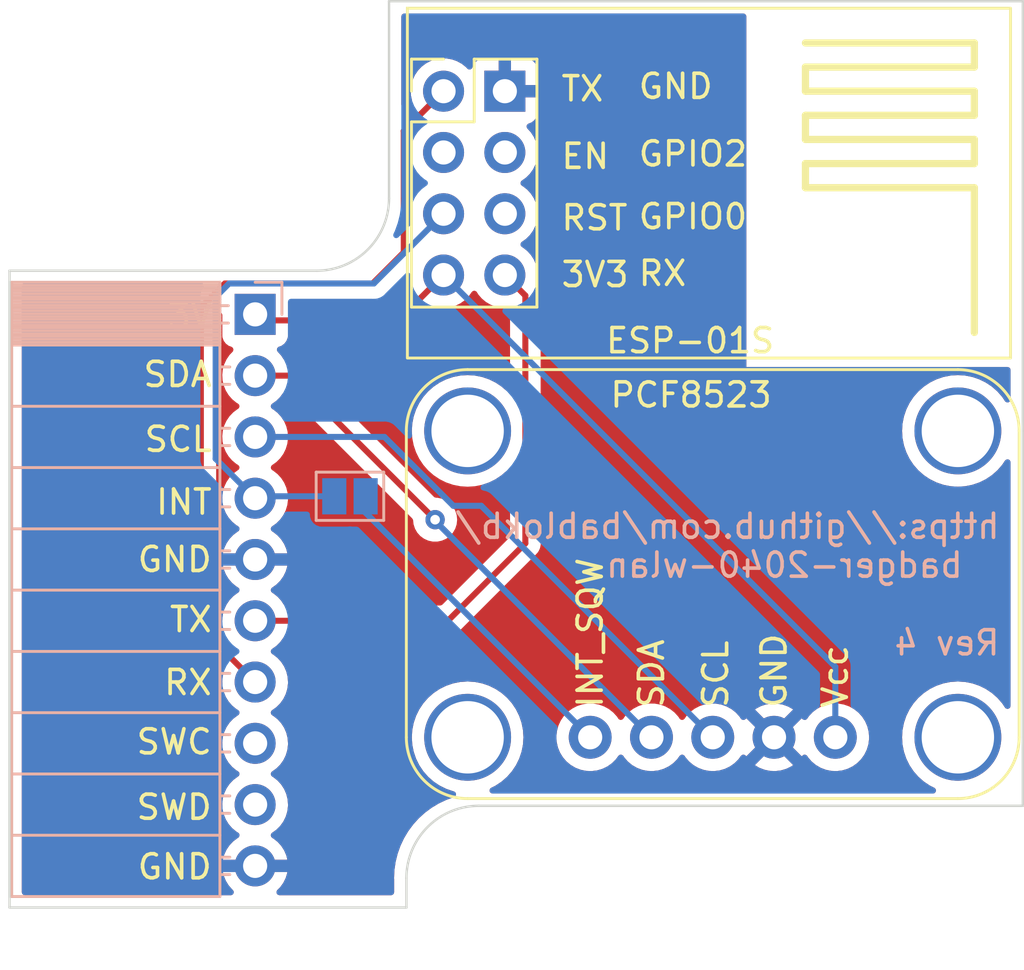
<source format=kicad_pcb>
(kicad_pcb (version 20211014) (generator pcbnew)
  (layers (0 "F.Cu" signal) (31 "B.Cu" signal) (34 "B.Paste" user) (35 "F.Paste" user) (36 "B.SilkS" user "B.Silkscreen") (37 "F.SilkS" user "F.Silkscreen") (38 "B.Mask" user) (39 "F.Mask" user) (44 "Edge.Cuts" user))
  (net 0 "")
  (net 1 "+3V3")
  (net 2 "Net-(U1-Pad2)")
  (net 3 "Net-(U1-Pad3)")
  (net 4 "Net-(JP1-Pad1)")
  (net 8 "/GND")
  (net 9 "Net-(U1-Pad6)")
  (net 10 "Net-(U1-Pad7)")
  (net 11 "Net-(JP1-Pad2)")
  (footprint "user:PinSocket_1x10_P2.54mm_Horizontal_Back" (layer "F.Cu") (at 95.92 51.33)
    (fp_text reference "U1" hide)
    (fp_text value "Badger2040_Conn" hide)
    (fp_line (start 0.07 -0.147145) (end 8.7 -0.147145) (layer "B.SilkS") (width 0.12))
    (fp_line (start 0.07 19.05) (end 8.7 19.05) (layer "B.SilkS") (width 0.12))
    (fp_line (start 8.7 7.98) (end 9.11 7.98) (layer "B.SilkS") (width 0.12))
    (fp_line (start 0.07 11.43) (end 8.7 11.43) (layer "B.SilkS") (width 0.12))
    (fp_line (start 0.07 0.44333) (end 8.7 0.44333) (layer "B.SilkS") (width 0.12))
    (fp_line (start 8.7 -1.33) (end 8.7 24.13) (layer "B.SilkS") (width 0.12))
    (fp_line (start 0.07 -0.383335) (end 8.7 -0.383335) (layer "B.SilkS") (width 0.12))
    (fp_line (start 0.07 8.89) (end 8.7 8.89) (layer "B.SilkS") (width 0.12))
    (fp_line (start 8.7 12.34) (end 9.11 12.34) (layer "B.SilkS") (width 0.12))
    (fp_line (start 0.07 1.033805) (end 8.7 1.033805) (layer "B.SilkS") (width 0.12))
    (fp_line (start 0.07 0.67952) (end 8.7 0.67952) (layer "B.SilkS") (width 0.12))
    (fp_line (start 0.07 0.561425) (end 8.7 0.561425) (layer "B.SilkS") (width 0.12))
    (fp_line (start 8.7 10.52) (end 9.11 10.52) (layer "B.SilkS") (width 0.12))
    (fp_line (start 0.07 -0.73762) (end 8.7 -0.73762) (layer "B.SilkS") (width 0.12))
    (fp_line (start 0.07 -1.33) (end 0.07 24.13) (layer "B.SilkS") (width 0.12))
    (fp_line (start 8.7 4.72) (end 9.11 4.72) (layer "B.SilkS") (width 0.12))
    (fp_line (start 0.07 3.81) (end 8.7 3.81) (layer "B.SilkS") (width 0.12))
    (fp_line (start 8.7 -0.36) (end 9.05 -0.36) (layer "B.SilkS") (width 0.12))
    (fp_line (start 8.7 18.14) (end 9.11 18.14) (layer "B.SilkS") (width 0.12))
    (fp_line (start 0.07 -0.50143) (end 8.7 -0.50143) (layer "B.SilkS") (width 0.12))
    (fp_line (start 0.07 13.97) (end 8.7 13.97) (layer "B.SilkS") (width 0.12))
    (fp_line (start 8.7 23.22) (end 9.11 23.22) (layer "B.SilkS") (width 0.12))
    (fp_line (start 8.7 14.88) (end 9.11 14.88) (layer "B.SilkS") (width 0.12))
    (fp_line (start 0.07 24.13) (end 8.7 24.13) (layer "B.SilkS") (width 0.12))
    (fp_line (start 0.07 1.1519) (end 8.7 1.1519) (layer "B.SilkS") (width 0.12))
    (fp_line (start 0.07 6.35) (end 8.7 6.35) (layer "B.SilkS") (width 0.12))
    (fp_line (start 11.27 -1.33) (end 11.27 0) (layer "B.SilkS") (width 0.12))
    (fp_line (start 0.07 -0.26524) (end 8.7 -0.26524) (layer "B.SilkS") (width 0.12))
    (fp_line (start 8.7 13.06) (end 9.11 13.06) (layer "B.SilkS") (width 0.12))
    (fp_line (start 0.07 0.089045) (end 8.7 0.089045) (layer "B.SilkS") (width 0.12))
    (fp_line (start 8.7 22.5) (end 9.11 22.5) (layer "B.SilkS") (width 0.12))
    (fp_line (start 0.07 -0.02905) (end 8.7 -0.02905) (layer "B.SilkS") (width 0.12))
    (fp_line (start 0.07 21.59) (end 8.7 21.59) (layer "B.SilkS") (width 0.12))
    (fp_line (start 0.07 0.20714) (end 8.7 0.20714) (layer "B.SilkS") (width 0.12))
    (fp_line (start 8.7 20.68) (end 9.11 20.68) (layer "B.SilkS") (width 0.12))
    (fp_line (start 8.7 15.6) (end 9.11 15.6) (layer "B.SilkS") (width 0.12))
    (fp_line (start 0.07 1.27) (end 8.7 1.27) (layer "B.SilkS") (width 0.12))
    (fp_line (start 10.16 -1.33) (end 11.27 -1.33) (layer "B.SilkS") (width 0.12))
    (fp_line (start 0.07 0.91571) (end 8.7 0.91571) (layer "B.SilkS") (width 0.12))
    (fp_line (start 8.7 7.26) (end 9.11 7.26) (layer "B.SilkS") (width 0.12))
    (fp_line (start 0.07 16.51) (end 8.7 16.51) (layer "B.SilkS") (width 0.12))
    (fp_line (start 0.07 -1.21) (end 8.7 -1.21) (layer "B.SilkS") (width 0.12))
    (fp_line (start 8.7 17.42) (end 9.11 17.42) (layer "B.SilkS") (width 0.12))
    (fp_line (start 8.7 0.36) (end 9.05 0.36) (layer "B.SilkS") (width 0.12))
    (fp_line (start 8.7 2.9) (end 9.11 2.9) (layer "B.SilkS") (width 0.12))
    (fp_line (start 8.7 5.44) (end 9.11 5.44) (layer "B.SilkS") (width 0.12))
    (fp_line (start 0.07 -0.619525) (end 8.7 -0.619525) (layer "B.SilkS") (width 0.12))
    (fp_line (start 0.07 -1.33) (end 8.7 -1.33) (layer "B.SilkS") (width 0.12))
    (fp_line (start 0.07 0.325235) (end 8.7 0.325235) (layer "B.SilkS") (width 0.12))
    (fp_line (start 8.7 19.96) (end 9.11 19.96) (layer "B.SilkS") (width 0.12))
    (fp_line (start 8.7 9.8) (end 9.11 9.8) (layer "B.SilkS") (width 0.12))
    (fp_line (start 0.07 0.797615) (end 8.7 0.797615) (layer "B.SilkS") (width 0.12))
    (fp_line (start 0.07 -0.97381) (end 8.7 -0.97381) (layer "B.SilkS") (width 0.12))
    (fp_line (start 0.07 -1.091905) (end 8.7 -1.091905) (layer "B.SilkS") (width 0.12))
    (fp_line (start 8.7 2.18) (end 9.11 2.18) (layer "B.SilkS") (width 0.12))
    (fp_line (start 0.07 -0.855715) (end 8.7 -0.855715) (layer "B.SilkS") (width 0.12))
    (pad "1" thru_hole rect (at 10.16 0) (size 1.7 1.7) (drill 1) (layers *.Cu *.Mask) (net 1 "+3V3"))
    (pad "2" thru_hole oval (at 10.16 2.54) (size 1.7 1.7) (drill 1) (layers *.Cu *.Mask) (net 2 "Net-(U1-Pad2)"))
    (pad "3" thru_hole oval (at 10.16 5.08) (size 1.7 1.7) (drill 1) (layers *.Cu *.Mask) (net 3 "Net-(U1-Pad3)"))
    (pad "4" thru_hole oval (at 10.16 7.62) (size 1.7 1.7) (drill 1) (layers *.Cu *.Mask) (net 11 "Net-(JP1-Pad2)"))
    (pad "5" thru_hole oval (at 10.16 10.16) (size 1.7 1.7) (drill 1) (layers *.Cu *.Mask) (net 8 "/GND"))
    (pad "6" thru_hole oval (at 10.16 12.7) (size 1.7 1.7) (drill 1) (layers *.Cu *.Mask) (net 9 "Net-(U1-Pad6)"))
    (pad "7" thru_hole oval (at 10.16 15.24) (size 1.7 1.7) (drill 1) (layers *.Cu *.Mask) (net 10 "Net-(U1-Pad7)"))
    (pad "8" thru_hole oval (at 10.16 17.78) (size 1.7 1.7) (drill 1) (layers *.Cu *.Mask))
    (pad "9" thru_hole oval (at 10.16 20.32) (size 1.7 1.7) (drill 1) (layers *.Cu *.Mask))
    (pad "10" thru_hole oval (at 10.16 22.86) (size 1.7 1.7) (drill 1) (layers *.Cu *.Mask) (net 8 "/GND"))
  )
  (footprint "user:PCF8523_Breakout" (layer "F.Cu") (at 130.1275 68.86)
    (fp_text reference "U5" hide)
    (fp_text value "PCF8523_RTC_Breakout" hide)
    (fp_text user "SDA" (at -7.62 -1.14 90 unlocked) (layer "F.SilkS") (effects (justify left)))
    (fp_text user "SCL" (at -4.96 -1.14 90 unlocked) (layer "F.SilkS") (effects (justify left)))
    (fp_text user "INT_SQW" (at -10.16 -1.14 90 unlocked) (layer "F.SilkS") (effects (justify left)))
    (fp_text user "GND" (at -2.54 -1.14 90 unlocked) (layer "F.SilkS") (effects (justify left)))
    (fp_text user "Vcc" (at 0 -1.14 90 unlocked) (layer "F.SilkS") (effects (justify left)))
    (fp_line (start -15.24 -15.24) (end 5.08 -15.24) (layer "F.SilkS") (width 0.12))
    (fp_line (start -15.24 2.54) (end 5.08 2.54) (layer "F.SilkS") (width 0.12))
    (fp_line (start -17.78 -12.7) (end -17.78 0) (layer "F.SilkS") (width 0.12))
    (fp_line (start 7.62 -12.7) (end 7.62 0) (layer "F.SilkS") (width 0.12))
    (fp_arc (start 7.62 0) (mid 6.876051 1.796051) (end 5.08 2.54) (layer "F.SilkS") (width 0.12))
    (fp_arc (start 5.08 -15.24) (mid 6.876051 -14.496051) (end 7.62 -12.7) (layer "F.SilkS") (width 0.12))
    (fp_arc (start -15.24 2.54) (mid -17.036051 1.796051) (end -17.78 0) (layer "F.SilkS") (width 0.12))
    (fp_arc (start -17.78 -12.7) (mid -17.036051 -14.496051) (end -15.24 -15.24) (layer "F.SilkS") (width 0.12))
    (pad "1" thru_hole circle (at -10.16 0) (size 1.778 1.778) (drill 1) (layers *.Cu *.Mask) (net 4 "Net-(JP1-Pad1)"))
    (pad "2" thru_hole circle (at -7.62 0) (size 1.778 1.778) (drill 1) (layers *.Cu *.Mask) (net 2 "Net-(U1-Pad2)"))
    (pad "3" thru_hole circle (at -5.08 0) (size 1.778 1.778) (drill 1) (layers *.Cu *.Mask) (net 3 "Net-(U1-Pad3)"))
    (pad "4" thru_hole circle (at -2.54 0) (size 1.778 1.778) (drill 1) (layers *.Cu *.Mask) (net 8 "/GND"))
    (pad "5" thru_hole circle (at 0 0) (size 1.778 1.778) (drill 1) (layers *.Cu *.Mask) (net 1 "+3V3"))
    (pad "P$1" thru_hole circle (at -15.24 -12.7) (size 3.6 3.6) (drill 3) (layers *.Cu *.Mask))
    (pad "P$1" thru_hole circle (at -15.24 0) (size 3.6 3.6) (drill 3) (layers *.Cu *.Mask))
    (pad "P$1" thru_hole circle (at 5.08 -12.7) (size 3.6 3.6) (drill 3) (layers *.Cu *.Mask))
    (pad "P$1" thru_hole circle (at 5.08 0) (size 3.6 3.6) (drill 3) (layers *.Cu *.Mask))
  )
  (footprint "user:ESP_01S_Breakout" (layer "F.Cu") (at 113.89 42.08)
    (fp_text reference "U4" hide)
    (fp_text value "ESP_01S_Breakout" hide)
    (fp_text user "EN" (at 4.8 2.7 unlocked) (layer "F.SilkS") (effects (justify left)))
    (fp_text user "TX" (at 4.8 -0.1 unlocked) (layer "F.SilkS") (effects (justify left)))
    (fp_text user "RX" (at 8 7.55 unlocked) (layer "F.SilkS") (effects (justify left)))
    (fp_text user "GND" (at 8 -0.2 unlocked) (layer "F.SilkS") (effects (justify left)))
    (fp_text user "3V3" (at 4.8 7.6 unlocked) (layer "F.SilkS") (effects (justify left)))
    (fp_text user "GPIO2" (at 8 2.6 unlocked) (layer "F.SilkS") (effects (justify left)))
    (fp_text user "GPIO0" (at 8 5.2 unlocked) (layer "F.SilkS") (effects (justify left)))
    (fp_text user "RST" (at 4.8 5.25 unlocked) (layer "F.SilkS") (effects (justify left)))
    (fp_line (start 22 3) (end 15 3) (layer "F.SilkS") (width 0.3))
    (fp_line (start 1.27 -1.33) (end 3.87 -1.33) (layer "F.SilkS") (width 0.12))
    (fp_line (start -1.33 -1.33) (end 0 -1.33) (layer "F.SilkS") (width 0.12))
    (fp_line (start 22 0) (end 22 1) (layer "F.SilkS") (width 0.3))
    (fp_line (start 22 1) (end 15 1) (layer "F.SilkS") (width 0.3))
    (fp_line (start 22 4) (end 22 10) (layer "F.SilkS") (width 0.3))
    (fp_line (start 15 -1) (end 15 0) (layer "F.SilkS") (width 0.3))
    (fp_line (start 15 1) (end 15 2) (layer "F.SilkS") (width 0.3))
    (fp_line (start 22 -2) (end 22 -1) (layer "F.SilkS") (width 0.3))
    (fp_line (start 15 4) (end 22 4) (layer "F.SilkS") (width 0.3))
    (fp_line (start 15 0) (end 22 0) (layer "F.SilkS") (width 0.3))
    (fp_line (start 3.87 -1.33) (end 3.87 8.95) (layer "F.SilkS") (width 0.12))
    (fp_line (start -1.33 1.27) (end -1.33 8.95) (layer "F.SilkS") (width 0.12))
    (fp_line (start 22 -1) (end 15 -1) (layer "F.SilkS") (width 0.3))
    (fp_line (start -1.33 8.95) (end 3.87 8.95) (layer "F.SilkS") (width 0.12))
    (fp_line (start 15 2) (end 22 2) (layer "F.SilkS") (width 0.3))
    (fp_line (start 15 -2) (end 22 -2) (layer "F.SilkS") (width 0.3))
    (fp_line (start -1.33 0) (end -1.33 -1.33) (layer "F.SilkS") (width 0.12))
    (fp_line (start 1.27 1.27) (end 1.27 -1.33) (layer "F.SilkS") (width 0.12))
    (fp_line (start 15 3) (end 15 4) (layer "F.SilkS") (width 0.3))
    (fp_line (start 22 2) (end 22 3) (layer "F.SilkS") (width 0.3))
    (fp_line (start -1.33 1.27) (end 1.27 1.27) (layer "F.SilkS") (width 0.12))
    (fp_rect (start -1.5 -3.44) (end 23.5 11.06) (layer "F.SilkS") (width 0.12) (fill none))
    (pad "1" thru_hole rect (at 2.54 0) (size 1.7 1.7) (drill 1) (layers *.Cu *.Mask) (net 8 "/GND"))
    (pad "2" thru_hole circle (at 0 0) (size 1.7 1.7) (drill 1) (layers *.Cu *.Mask) (net 10 "Net-(U1-Pad7)"))
    (pad "3" thru_hole oval (at 2.54 2.54) (size 1.7 1.7) (drill 1) (layers *.Cu *.Mask))
    (pad "4" thru_hole oval (at 0 2.54) (size 1.7 1.7) (drill 1) (layers *.Cu *.Mask))
    (pad "5" thru_hole oval (at 2.54 5.08) (size 1.7 1.7) (drill 1) (layers *.Cu *.Mask))
    (pad "6" thru_hole oval (at 0 5.08) (size 1.7 1.7) (drill 1) (layers *.Cu *.Mask) (net 11 "Net-(JP1-Pad2)"))
    (pad "7" thru_hole oval (at 2.54 7.62) (size 1.7 1.7) (drill 1) (layers *.Cu *.Mask) (net 9 "Net-(U1-Pad6)"))
    (pad "8" thru_hole oval (at 0 7.62) (size 1.7 1.7) (drill 1) (layers *.Cu *.Mask) (net 1 "+3V3"))
  )
  (footprint "Jumper:SolderJumper-2_P1.3mm_Open_Pad1.0x1.5mm" (layer "B.Cu") (at 110.01 58.87 180)
    (fp_text reference "JP1" hide)
    (fp_text value "Jumper_2_Open" hide)
    (fp_line (start -1.4 1) (end 1.4 1) (layer "B.SilkS") (width 0.12))
    (fp_line (start 1.4 -1) (end -1.4 -1) (layer "B.SilkS") (width 0.12))
    (fp_line (start 1.4 1) (end 1.4 -1) (layer "B.SilkS") (width 0.12))
    (fp_line (start -1.4 -1) (end -1.4 1) (layer "B.SilkS") (width 0.12))
    (pad "1" smd rect (at -0.65 0 180) (size 1 1.5) (layers "B.Cu" "B.Mask") (net 4 "Net-(JP1-Pad1)"))
    (pad "2" smd rect (at 0.65 0 180) (size 1 1.5) (layers "B.Cu" "B.Mask") (net 11 "Net-(JP1-Pad2)"))
  )
  (gr_line (start 111.63 38.35) (end 111.63 46.52) (layer "Edge.Cuts") (width 0.1))
  (gr_line (start 95.9 75.915) (end 112.35 75.915) (layer "Edge.Cuts") (width 0.1))
  (gr_arc (start 111.63 46.52) (mid 110.75132 48.64132) (end 108.63 49.52) (layer "Edge.Cuts") (width 0.1))
  (gr_line (start 112.35 75.915) (end 112.35 74.7) (layer "Edge.Cuts") (width 0.1))
  (gr_line (start 111.63 38.35) (end 137.9 38.35) (layer "Edge.Cuts") (width 0.1))
  (gr_arc (start 112.35 74.7) (mid 113.22868 72.57868) (end 115.35 71.7) (layer "Edge.Cuts") (width 0.1))
  (gr_line (start 108.63 49.52) (end 95.9 49.52) (layer "Edge.Cuts") (width 0.1))
  (gr_line (start 137.9 71.7) (end 115.35 71.7) (layer "Edge.Cuts") (width 0.1))
  (gr_line (start 95.9 75.915) (end 95.9 49.52) (layer "Edge.Cuts") (width 0.1))
  (gr_line (start 137.9 38.35) (end 137.9 71.7) (layer "Edge.Cuts") (width 0.1))
  (gr_text "https://github.com/bablokb/\n  badger-2040-wlan\n\nRev 4" (at 137.02 62.53) (layer "B.SilkS") (effects (font (size 1 1)) (justify left mirror)))
  (gr_text "ESP-01S" (at 124.11 52.42) (layer "F.SilkS") (effects (font (size 1 1))))
  (gr_text "3V" (at 104.37 51.41) (layer "F.SilkS") (effects (font (size 1 1)) (justify right)))
  (gr_text "SDA" (at 104.37 53.82) (layer "F.SilkS") (effects (font (size 1 1)) (justify right)))
  (gr_text "SCL" (at 104.37 56.51) (layer "F.SilkS") (effects (font (size 1 1)) (justify right)))
  (gr_text "SWD" (at 104.37 71.76) (layer "F.SilkS") (effects (font (size 1 1)) (justify right)))
  (gr_text "PCF8523" (at 124.15 54.67) (layer "F.SilkS") (effects (font (size 1 1))))
  (gr_text "INT" (at 104.37 59.11) (layer "F.SilkS") (effects (font (size 1 1)) (justify right)))
  (gr_text "TX" (at 104.37 63.98) (layer "F.SilkS") (effects (font (size 1 1)) (justify right)))
  (gr_text "SWC" (at 104.37 69.05) (layer "F.SilkS") (effects (font (size 1 1)) (justify right)))
  (gr_text "GND" (at 104.37 61.49) (layer "F.SilkS") (effects (font (size 1 1)) (justify right)))
  (gr_text "GND" (at 104.37 74.23) (layer "F.SilkS") (effects (font (size 1 1)) (justify right)))
  (gr_text "RX" (at 104.37 66.59) (layer "F.SilkS") (effects (font (size 1 1)) (justify right)))
  (segment (start 113.89 49.7) (end 112.01 51.58) (width 0.25) (layer "F.Cu") (net 1))
  (segment (start 112.01 51.58) (end 106.33 51.58) (width 0.25) (layer "F.Cu") (net 1))
  (segment (start 106.33 51.58) (end 106.08 51.33) (width 0.25) (layer "F.Cu") (net 1))
  (segment (start 130.1275 65.9375) (end 130.1275 68.86) (width 0.25) (layer "B.Cu") (net 1))
  (segment (start 113.89 49.7) (end 130.1275 65.9375) (width 0.25) (layer "B.Cu") (net 1))
  (segment (start 113.54 59.84) (end 107.57 53.87) (width 0.25) (layer "F.Cu") (net 2))
  (segment (start 107.57 53.87) (end 106.08 53.87) (width 0.25) (layer "F.Cu") (net 2))
  (via (at 113.54 59.84) (size 0.8) (drill 0.4) (layers "F.Cu" "B.Cu") (net 2))
  (segment (start 113.54 59.8925) (end 113.54 59.84) (width 0.25) (layer "B.Cu") (net 2))
  (segment (start 122.5075 68.86) (end 113.54 59.8925) (width 0.25) (layer "B.Cu") (net 2))
  (segment (start 125.0475 68.86) (end 115.4525 59.265) (width 0.25) (layer "B.Cu") (net 3))
  (segment (start 111.44 56.41) (end 106.08 56.41) (width 0.25) (layer "B.Cu") (net 3))
  (segment (start 114.295 59.265) (end 111.44 56.41) (width 0.25) (layer "B.Cu") (net 3))
  (segment (start 115.4525 59.265) (end 114.295 59.265) (width 0.25) (layer "B.Cu") (net 3))
  (segment (start 119.9675 68.86) (end 110.66 59.5525) (width 0.25) (layer "B.Cu") (net 4))
  (segment (start 110.66 59.5525) (end 110.66 58.87) (width 0.25) (layer "B.Cu") (net 4))
  (segment (start 116.43 49.7) (end 117.28 50.55) (width 0.25) (layer "F.Cu") (net 9))
  (segment (start 117.28 50.55) (end 117.28 60.82) (width 0.25) (layer "F.Cu") (net 9))
  (segment (start 117.28 60.82) (end 114.07 64.03) (width 0.25) (layer "F.Cu") (net 9))
  (segment (start 114.07 64.03) (end 106.08 64.03) (width 0.25) (layer "F.Cu") (net 9))
  (segment (start 103.83 51.048556) (end 103.83 64.32) (width 0.25) (layer "F.Cu") (net 10))
  (segment (start 112.24 48.76) (end 110.95 50.05) (width 0.25) (layer "F.Cu") (net 10))
  (segment (start 103.83 64.32) (end 106.08 66.57) (width 0.25) (layer "F.Cu") (net 10))
  (segment (start 113.89 42.08) (end 112.24 43.73) (width 0.25) (layer "F.Cu") (net 10))
  (segment (start 112.24 43.73) (end 112.24 48.76) (width 0.25) (layer "F.Cu") (net 10))
  (segment (start 104.828556 50.05) (end 103.83 51.048556) (width 0.25) (layer "F.Cu") (net 10))
  (segment (start 110.95 50.05) (end 104.828556 50.05) (width 0.25) (layer "F.Cu") (net 10))
  (segment (start 106.16 58.87) (end 106.08 58.95) (width 0.25) (layer "B.Cu") (net 11))
  (segment (start 109.36 58.87) (end 106.16 58.87) (width 0.25) (layer "B.Cu") (net 11))
  (segment (start 106.08 58.95) (end 104.443557 57.313557) (width 0.25) (layer "B.Cu") (net 11))
  (segment (start 104.443557 50.606443) (end 105 50.05) (width 0.25) (layer "B.Cu") (net 11))
  (segment (start 105 50.05) (end 111 50.05) (width 0.25) (layer "B.Cu") (net 11))
  (segment (start 111 50.05) (end 113.89 47.16) (width 0.25) (layer "B.Cu") (net 11))
  (segment (start 104.443557 57.313557) (end 104.443557 50.606443) (width 0.25) (layer "B.Cu") (net 11))
  (zone (net 8) (net_name "/GND") (layers F&B.Cu) (connect_pads (clearance 0.508)) (min_thickness 0.254) (fill yes (thermal_gap 0.508) (thermal_bridge_width 0.508))
    (polygon (pts (xy 126.44 38.41) (xy 126.44 53.51) (xy 137.89 53.51) (xy 137.89 71.69) (xy 137.9 78.52) (xy 95.9 78.46) (xy 95.9 38.37)))
  )
)
</source>
